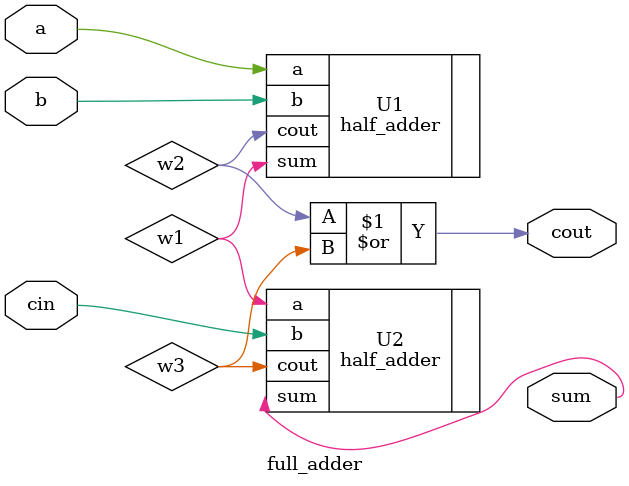
<source format=v>
module full_adder (
    input  a,
    input  b,
    input  cin,
    output sum,
    output cout
);
    wire w1, w2, w3;

    half_adder  U1(.a(a), .b(b), .sum(w1), .cout(w2));
    half_adder  U2(.a(w1), .b(cin), .sum(sum), .cout(w3) );
    or          U3(cout, w2, w3);   // gate primitive or를 인스턴스화함

endmodule

</source>
